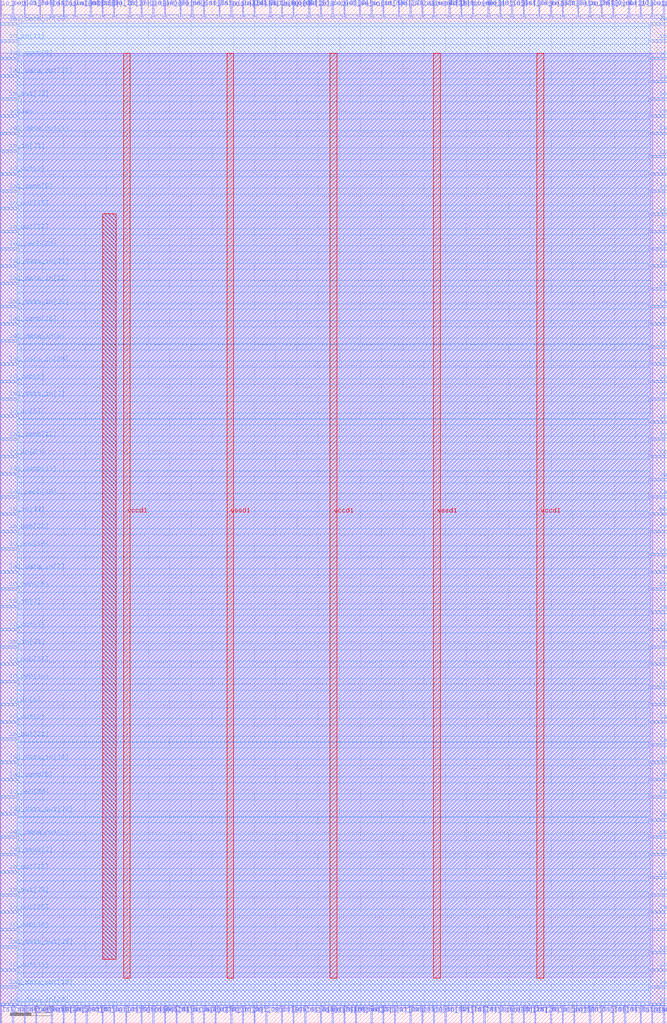
<source format=lef>
VERSION 5.7 ;
  NOWIREEXTENSIONATPIN ON ;
  DIVIDERCHAR "/" ;
  BUSBITCHARS "[]" ;
MACRO wrapped_ws2812
  CLASS BLOCK ;
  FOREIGN wrapped_ws2812 ;
  ORIGIN 0.000 0.000 ;
  SIZE 157.375 BY 241.265 ;
  PIN active
    DIRECTION INPUT ;
    USE SIGNAL ;
    PORT
      LAYER met3 ;
        RECT 0.000 213.560 4.000 214.160 ;
    END
  END active
  PIN io_in[0]
    DIRECTION INPUT ;
    USE SIGNAL ;
    PORT
      LAYER met2 ;
        RECT 50.690 0.000 50.970 4.000 ;
    END
  END io_in[0]
  PIN io_in[10]
    DIRECTION INPUT ;
    USE SIGNAL ;
    PORT
      LAYER met2 ;
        RECT 84.730 237.265 85.010 241.265 ;
    END
  END io_in[10]
  PIN io_in[11]
    DIRECTION INPUT ;
    USE SIGNAL ;
    PORT
      LAYER met3 ;
        RECT 0.000 231.240 4.000 231.840 ;
    END
  END io_in[11]
  PIN io_in[12]
    DIRECTION INPUT ;
    USE SIGNAL ;
    PORT
      LAYER met3 ;
        RECT 153.375 204.040 157.375 204.640 ;
    END
  END io_in[12]
  PIN io_in[13]
    DIRECTION INPUT ;
    USE SIGNAL ;
    PORT
      LAYER met2 ;
        RECT 78.290 0.000 78.570 4.000 ;
    END
  END io_in[13]
  PIN io_in[14]
    DIRECTION INPUT ;
    USE SIGNAL ;
    PORT
      LAYER met2 ;
        RECT 54.370 237.265 54.650 241.265 ;
    END
  END io_in[14]
  PIN io_in[15]
    DIRECTION INPUT ;
    USE SIGNAL ;
    PORT
      LAYER met3 ;
        RECT 153.375 213.560 157.375 214.160 ;
    END
  END io_in[15]
  PIN io_in[16]
    DIRECTION INPUT ;
    USE SIGNAL ;
    PORT
      LAYER met3 ;
        RECT 153.375 29.960 157.375 30.560 ;
    END
  END io_in[16]
  PIN io_in[17]
    DIRECTION INPUT ;
    USE SIGNAL ;
    PORT
      LAYER met2 ;
        RECT 26.770 237.265 27.050 241.265 ;
    END
  END io_in[17]
  PIN io_in[18]
    DIRECTION INPUT ;
    USE SIGNAL ;
    PORT
      LAYER met2 ;
        RECT 33.210 237.265 33.490 241.265 ;
    END
  END io_in[18]
  PIN io_in[19]
    DIRECTION INPUT ;
    USE SIGNAL ;
    PORT
      LAYER met2 ;
        RECT 141.770 0.000 142.050 4.000 ;
    END
  END io_in[19]
  PIN io_in[1]
    DIRECTION INPUT ;
    USE SIGNAL ;
    PORT
      LAYER met3 ;
        RECT 0.000 74.840 4.000 75.440 ;
    END
  END io_in[1]
  PIN io_in[20]
    DIRECTION INPUT ;
    USE SIGNAL ;
    PORT
      LAYER met3 ;
        RECT 0.000 133.320 4.000 133.920 ;
    END
  END io_in[20]
  PIN io_in[21]
    DIRECTION INPUT ;
    USE SIGNAL ;
    PORT
      LAYER met3 ;
        RECT 0.000 88.440 4.000 89.040 ;
    END
  END io_in[21]
  PIN io_in[22]
    DIRECTION INPUT ;
    USE SIGNAL ;
    PORT
      LAYER met3 ;
        RECT 153.375 84.360 157.375 84.960 ;
    END
  END io_in[22]
  PIN io_in[23]
    DIRECTION INPUT ;
    USE SIGNAL ;
    PORT
      LAYER met2 ;
        RECT 24.010 237.265 24.290 241.265 ;
    END
  END io_in[23]
  PIN io_in[24]
    DIRECTION INPUT ;
    USE SIGNAL ;
    PORT
      LAYER met2 ;
        RECT 14.810 237.265 15.090 241.265 ;
    END
  END io_in[24]
  PIN io_in[25]
    DIRECTION INPUT ;
    USE SIGNAL ;
    PORT
      LAYER met2 ;
        RECT 123.370 0.000 123.650 4.000 ;
    END
  END io_in[25]
  PIN io_in[26]
    DIRECTION INPUT ;
    USE SIGNAL ;
    PORT
      LAYER met2 ;
        RECT 120.610 0.000 120.890 4.000 ;
    END
  END io_in[26]
  PIN io_in[27]
    DIRECTION INPUT ;
    USE SIGNAL ;
    PORT
      LAYER met3 ;
        RECT 153.375 61.240 157.375 61.840 ;
    END
  END io_in[27]
  PIN io_in[28]
    DIRECTION INPUT ;
    USE SIGNAL ;
    PORT
      LAYER met2 ;
        RECT 108.650 0.000 108.930 4.000 ;
    END
  END io_in[28]
  PIN io_in[29]
    DIRECTION INPUT ;
    USE SIGNAL ;
    PORT
      LAYER met2 ;
        RECT 156.490 237.265 156.770 241.265 ;
    END
  END io_in[29]
  PIN io_in[2]
    DIRECTION INPUT ;
    USE SIGNAL ;
    PORT
      LAYER met2 ;
        RECT 54.370 0.000 54.650 4.000 ;
    END
  END io_in[2]
  PIN io_in[30]
    DIRECTION INPUT ;
    USE SIGNAL ;
    PORT
      LAYER met3 ;
        RECT 153.375 102.040 157.375 102.640 ;
    END
  END io_in[30]
  PIN io_in[31]
    DIRECTION INPUT ;
    USE SIGNAL ;
    PORT
      LAYER met3 ;
        RECT 0.000 205.400 4.000 206.000 ;
    END
  END io_in[31]
  PIN io_in[32]
    DIRECTION INPUT ;
    USE SIGNAL ;
    PORT
      LAYER met2 ;
        RECT 102.210 0.000 102.490 4.000 ;
    END
  END io_in[32]
  PIN io_in[33]
    DIRECTION INPUT ;
    USE SIGNAL ;
    PORT
      LAYER met3 ;
        RECT 0.000 119.720 4.000 120.320 ;
    END
  END io_in[33]
  PIN io_in[34]
    DIRECTION INPUT ;
    USE SIGNAL ;
    PORT
      LAYER met2 ;
        RECT 117.850 237.265 118.130 241.265 ;
    END
  END io_in[34]
  PIN io_in[35]
    DIRECTION INPUT ;
    USE SIGNAL ;
    PORT
      LAYER met2 ;
        RECT 136.250 237.265 136.530 241.265 ;
    END
  END io_in[35]
  PIN io_in[36]
    DIRECTION INPUT ;
    USE SIGNAL ;
    PORT
      LAYER met3 ;
        RECT 153.375 155.080 157.375 155.680 ;
    END
  END io_in[36]
  PIN io_in[37]
    DIRECTION INPUT ;
    USE SIGNAL ;
    PORT
      LAYER met2 ;
        RECT 139.010 237.265 139.290 241.265 ;
    END
  END io_in[37]
  PIN io_in[3]
    DIRECTION INPUT ;
    USE SIGNAL ;
    PORT
      LAYER met2 ;
        RECT 87.490 237.265 87.770 241.265 ;
    END
  END io_in[3]
  PIN io_in[4]
    DIRECTION INPUT ;
    USE SIGNAL ;
    PORT
      LAYER met3 ;
        RECT 153.375 151.000 157.375 151.600 ;
    END
  END io_in[4]
  PIN io_in[5]
    DIRECTION INPUT ;
    USE SIGNAL ;
    PORT
      LAYER met3 ;
        RECT 153.375 231.240 157.375 231.840 ;
    END
  END io_in[5]
  PIN io_in[6]
    DIRECTION INPUT ;
    USE SIGNAL ;
    PORT
      LAYER met3 ;
        RECT 0.000 142.840 4.000 143.440 ;
    END
  END io_in[6]
  PIN io_in[7]
    DIRECTION INPUT ;
    USE SIGNAL ;
    PORT
      LAYER met3 ;
        RECT 0.000 97.960 4.000 98.560 ;
    END
  END io_in[7]
  PIN io_in[8]
    DIRECTION INPUT ;
    USE SIGNAL ;
    PORT
      LAYER met3 ;
        RECT 153.375 164.600 157.375 165.200 ;
    END
  END io_in[8]
  PIN io_in[9]
    DIRECTION INPUT ;
    USE SIGNAL ;
    PORT
      LAYER met2 ;
        RECT 21.250 237.265 21.530 241.265 ;
    END
  END io_in[9]
  PIN io_oeb[0]
    DIRECTION OUTPUT TRISTATE ;
    USE SIGNAL ;
    PORT
      LAYER met2 ;
        RECT 87.490 0.000 87.770 4.000 ;
    END
  END io_oeb[0]
  PIN io_oeb[10]
    DIRECTION OUTPUT TRISTATE ;
    USE SIGNAL ;
    PORT
      LAYER met3 ;
        RECT 0.000 80.280 4.000 80.880 ;
    END
  END io_oeb[10]
  PIN io_oeb[11]
    DIRECTION OUTPUT TRISTATE ;
    USE SIGNAL ;
    PORT
      LAYER met3 ;
        RECT 153.375 141.480 157.375 142.080 ;
    END
  END io_oeb[11]
  PIN io_oeb[12]
    DIRECTION OUTPUT TRISTATE ;
    USE SIGNAL ;
    PORT
      LAYER met3 ;
        RECT 153.375 78.920 157.375 79.520 ;
    END
  END io_oeb[12]
  PIN io_oeb[13]
    DIRECTION OUTPUT TRISTATE ;
    USE SIGNAL ;
    PORT
      LAYER met3 ;
        RECT 153.375 74.840 157.375 75.440 ;
    END
  END io_oeb[13]
  PIN io_oeb[14]
    DIRECTION OUTPUT TRISTATE ;
    USE SIGNAL ;
    PORT
      LAYER met3 ;
        RECT 0.000 21.800 4.000 22.400 ;
    END
  END io_oeb[14]
  PIN io_oeb[15]
    DIRECTION OUTPUT TRISTATE ;
    USE SIGNAL ;
    PORT
      LAYER met2 ;
        RECT 38.730 237.265 39.010 241.265 ;
    END
  END io_oeb[15]
  PIN io_oeb[16]
    DIRECTION OUTPUT TRISTATE ;
    USE SIGNAL ;
    PORT
      LAYER met3 ;
        RECT 153.375 21.800 157.375 22.400 ;
    END
  END io_oeb[16]
  PIN io_oeb[17]
    DIRECTION OUTPUT TRISTATE ;
    USE SIGNAL ;
    PORT
      LAYER met2 ;
        RECT 45.170 0.000 45.450 4.000 ;
    END
  END io_oeb[17]
  PIN io_oeb[18]
    DIRECTION OUTPUT TRISTATE ;
    USE SIGNAL ;
    PORT
      LAYER met2 ;
        RECT 111.410 237.265 111.690 241.265 ;
    END
  END io_oeb[18]
  PIN io_oeb[19]
    DIRECTION OUTPUT TRISTATE ;
    USE SIGNAL ;
    PORT
      LAYER met2 ;
        RECT 42.410 237.265 42.690 241.265 ;
    END
  END io_oeb[19]
  PIN io_oeb[1]
    DIRECTION OUTPUT TRISTATE ;
    USE SIGNAL ;
    PORT
      LAYER met2 ;
        RECT 129.810 0.000 130.090 4.000 ;
    END
  END io_oeb[1]
  PIN io_oeb[20]
    DIRECTION OUTPUT TRISTATE ;
    USE SIGNAL ;
    PORT
      LAYER met3 ;
        RECT 153.375 110.200 157.375 110.800 ;
    END
  END io_oeb[20]
  PIN io_oeb[21]
    DIRECTION OUTPUT TRISTATE ;
    USE SIGNAL ;
    PORT
      LAYER met2 ;
        RECT 0.090 237.265 0.370 241.265 ;
    END
  END io_oeb[21]
  PIN io_oeb[22]
    DIRECTION OUTPUT TRISTATE ;
    USE SIGNAL ;
    PORT
      LAYER met2 ;
        RECT 17.570 0.000 17.850 4.000 ;
    END
  END io_oeb[22]
  PIN io_oeb[23]
    DIRECTION OUTPUT TRISTATE ;
    USE SIGNAL ;
    PORT
      LAYER met2 ;
        RECT 75.530 237.265 75.810 241.265 ;
    END
  END io_oeb[23]
  PIN io_oeb[24]
    DIRECTION OUTPUT TRISTATE ;
    USE SIGNAL ;
    PORT
      LAYER met2 ;
        RECT 78.290 237.265 78.570 241.265 ;
    END
  END io_oeb[24]
  PIN io_oeb[25]
    DIRECTION OUTPUT TRISTATE ;
    USE SIGNAL ;
    PORT
      LAYER met2 ;
        RECT 156.490 0.000 156.770 4.000 ;
    END
  END io_oeb[25]
  PIN io_oeb[26]
    DIRECTION OUTPUT TRISTATE ;
    USE SIGNAL ;
    PORT
      LAYER met3 ;
        RECT 153.375 190.440 157.375 191.040 ;
    END
  END io_oeb[26]
  PIN io_oeb[27]
    DIRECTION OUTPUT TRISTATE ;
    USE SIGNAL ;
    PORT
      LAYER met2 ;
        RECT 90.250 237.265 90.530 241.265 ;
    END
  END io_oeb[27]
  PIN io_oeb[28]
    DIRECTION OUTPUT TRISTATE ;
    USE SIGNAL ;
    PORT
      LAYER met2 ;
        RECT 139.010 0.000 139.290 4.000 ;
    END
  END io_oeb[28]
  PIN io_oeb[29]
    DIRECTION OUTPUT TRISTATE ;
    USE SIGNAL ;
    PORT
      LAYER met3 ;
        RECT 153.375 159.160 157.375 159.760 ;
    END
  END io_oeb[29]
  PIN io_oeb[2]
    DIRECTION OUTPUT TRISTATE ;
    USE SIGNAL ;
    PORT
      LAYER met2 ;
        RECT 129.810 237.265 130.090 241.265 ;
    END
  END io_oeb[2]
  PIN io_oeb[30]
    DIRECTION OUTPUT TRISTATE ;
    USE SIGNAL ;
    PORT
      LAYER met2 ;
        RECT 2.850 237.265 3.130 241.265 ;
    END
  END io_oeb[30]
  PIN io_oeb[31]
    DIRECTION OUTPUT TRISTATE ;
    USE SIGNAL ;
    PORT
      LAYER met2 ;
        RECT 135.330 0.000 135.610 4.000 ;
    END
  END io_oeb[31]
  PIN io_oeb[32]
    DIRECTION OUTPUT TRISTATE ;
    USE SIGNAL ;
    PORT
      LAYER met3 ;
        RECT 0.000 115.640 4.000 116.240 ;
    END
  END io_oeb[32]
  PIN io_oeb[33]
    DIRECTION OUTPUT TRISTATE ;
    USE SIGNAL ;
    PORT
      LAYER met3 ;
        RECT 153.375 4.120 157.375 4.720 ;
    END
  END io_oeb[33]
  PIN io_oeb[34]
    DIRECTION OUTPUT TRISTATE ;
    USE SIGNAL ;
    PORT
      LAYER met2 ;
        RECT 30.450 237.265 30.730 241.265 ;
    END
  END io_oeb[34]
  PIN io_oeb[35]
    DIRECTION OUTPUT TRISTATE ;
    USE SIGNAL ;
    PORT
      LAYER met3 ;
        RECT 0.000 102.040 4.000 102.640 ;
    END
  END io_oeb[35]
  PIN io_oeb[36]
    DIRECTION OUTPUT TRISTATE ;
    USE SIGNAL ;
    PORT
      LAYER met3 ;
        RECT 0.000 53.080 4.000 53.680 ;
    END
  END io_oeb[36]
  PIN io_oeb[37]
    DIRECTION OUTPUT TRISTATE ;
    USE SIGNAL ;
    PORT
      LAYER met3 ;
        RECT 0.000 84.360 4.000 84.960 ;
    END
  END io_oeb[37]
  PIN io_oeb[3]
    DIRECTION OUTPUT TRISTATE ;
    USE SIGNAL ;
    PORT
      LAYER met2 ;
        RECT 83.810 0.000 84.090 4.000 ;
    END
  END io_oeb[3]
  PIN io_oeb[4]
    DIRECTION OUTPUT TRISTATE ;
    USE SIGNAL ;
    PORT
      LAYER met3 ;
        RECT 153.375 12.280 157.375 12.880 ;
    END
  END io_oeb[4]
  PIN io_oeb[5]
    DIRECTION OUTPUT TRISTATE ;
    USE SIGNAL ;
    PORT
      LAYER met3 ;
        RECT 0.000 151.000 4.000 151.600 ;
    END
  END io_oeb[5]
  PIN io_oeb[6]
    DIRECTION OUTPUT TRISTATE ;
    USE SIGNAL ;
    PORT
      LAYER met3 ;
        RECT 153.375 92.520 157.375 93.120 ;
    END
  END io_oeb[6]
  PIN io_oeb[7]
    DIRECTION OUTPUT TRISTATE ;
    USE SIGNAL ;
    PORT
      LAYER met2 ;
        RECT 35.970 237.265 36.250 241.265 ;
    END
  END io_oeb[7]
  PIN io_oeb[8]
    DIRECTION OUTPUT TRISTATE ;
    USE SIGNAL ;
    PORT
      LAYER met2 ;
        RECT 14.810 0.000 15.090 4.000 ;
    END
  END io_oeb[8]
  PIN io_oeb[9]
    DIRECTION OUTPUT TRISTATE ;
    USE SIGNAL ;
    PORT
      LAYER met2 ;
        RECT 35.970 0.000 36.250 4.000 ;
    END
  END io_oeb[9]
  PIN io_out[0]
    DIRECTION OUTPUT TRISTATE ;
    USE SIGNAL ;
    PORT
      LAYER met3 ;
        RECT 153.375 227.160 157.375 227.760 ;
    END
  END io_out[0]
  PIN io_out[10]
    DIRECTION OUTPUT TRISTATE ;
    USE SIGNAL ;
    PORT
      LAYER met3 ;
        RECT 153.375 137.400 157.375 138.000 ;
    END
  END io_out[10]
  PIN io_out[11]
    DIRECTION OUTPUT TRISTATE ;
    USE SIGNAL ;
    PORT
      LAYER met3 ;
        RECT 0.000 12.280 4.000 12.880 ;
    END
  END io_out[11]
  PIN io_out[12]
    DIRECTION OUTPUT TRISTATE ;
    USE SIGNAL ;
    PORT
      LAYER met3 ;
        RECT 0.000 35.400 4.000 36.000 ;
    END
  END io_out[12]
  PIN io_out[13]
    DIRECTION OUTPUT TRISTATE ;
    USE SIGNAL ;
    PORT
      LAYER met2 ;
        RECT 132.570 0.000 132.850 4.000 ;
    END
  END io_out[13]
  PIN io_out[14]
    DIRECTION OUTPUT TRISTATE ;
    USE SIGNAL ;
    PORT
      LAYER met3 ;
        RECT 153.375 195.880 157.375 196.480 ;
    END
  END io_out[14]
  PIN io_out[15]
    DIRECTION OUTPUT TRISTATE ;
    USE SIGNAL ;
    PORT
      LAYER met3 ;
        RECT 0.000 191.800 4.000 192.400 ;
    END
  END io_out[15]
  PIN io_out[16]
    DIRECTION OUTPUT TRISTATE ;
    USE SIGNAL ;
    PORT
      LAYER met3 ;
        RECT 153.375 133.320 157.375 133.920 ;
    END
  END io_out[16]
  PIN io_out[17]
    DIRECTION OUTPUT TRISTATE ;
    USE SIGNAL ;
    PORT
      LAYER met2 ;
        RECT 144.530 237.265 144.810 241.265 ;
    END
  END io_out[17]
  PIN io_out[18]
    DIRECTION OUTPUT TRISTATE ;
    USE SIGNAL ;
    PORT
      LAYER met2 ;
        RECT 153.730 0.000 154.010 4.000 ;
    END
  END io_out[18]
  PIN io_out[19]
    DIRECTION OUTPUT TRISTATE ;
    USE SIGNAL ;
    PORT
      LAYER met3 ;
        RECT 0.000 111.560 4.000 112.160 ;
    END
  END io_out[19]
  PIN io_out[1]
    DIRECTION OUTPUT TRISTATE ;
    USE SIGNAL ;
    PORT
      LAYER met2 ;
        RECT 102.210 237.265 102.490 241.265 ;
    END
  END io_out[1]
  PIN io_out[20]
    DIRECTION OUTPUT TRISTATE ;
    USE SIGNAL ;
    PORT
      LAYER met2 ;
        RECT 127.050 237.265 127.330 241.265 ;
    END
  END io_out[20]
  PIN io_out[21]
    DIRECTION OUTPUT TRISTATE ;
    USE SIGNAL ;
    PORT
      LAYER met3 ;
        RECT 0.000 186.360 4.000 186.960 ;
    END
  END io_out[21]
  PIN io_out[22]
    DIRECTION OUTPUT TRISTATE ;
    USE SIGNAL ;
    PORT
      LAYER met2 ;
        RECT 104.970 0.000 105.250 4.000 ;
    END
  END io_out[22]
  PIN io_out[23]
    DIRECTION OUTPUT TRISTATE ;
    USE SIGNAL ;
    PORT
      LAYER met3 ;
        RECT 153.375 115.640 157.375 116.240 ;
    END
  END io_out[23]
  PIN io_out[24]
    DIRECTION OUTPUT TRISTATE ;
    USE SIGNAL ;
    PORT
      LAYER met2 ;
        RECT 90.250 0.000 90.530 4.000 ;
    END
  END io_out[24]
  PIN io_out[25]
    DIRECTION OUTPUT TRISTATE ;
    USE SIGNAL ;
    PORT
      LAYER met2 ;
        RECT 115.090 237.265 115.370 241.265 ;
    END
  END io_out[25]
  PIN io_out[26]
    DIRECTION OUTPUT TRISTATE ;
    USE SIGNAL ;
    PORT
      LAYER met3 ;
        RECT 0.000 25.880 4.000 26.480 ;
    END
  END io_out[26]
  PIN io_out[27]
    DIRECTION OUTPUT TRISTATE ;
    USE SIGNAL ;
    PORT
      LAYER met2 ;
        RECT 120.610 237.265 120.890 241.265 ;
    END
  END io_out[27]
  PIN io_out[28]
    DIRECTION OUTPUT TRISTATE ;
    USE SIGNAL ;
    PORT
      LAYER met2 ;
        RECT 57.130 0.000 57.410 4.000 ;
    END
  END io_out[28]
  PIN io_out[29]
    DIRECTION OUTPUT TRISTATE ;
    USE SIGNAL ;
    PORT
      LAYER met3 ;
        RECT 153.375 16.360 157.375 16.960 ;
    END
  END io_out[29]
  PIN io_out[2]
    DIRECTION OUTPUT TRISTATE ;
    USE SIGNAL ;
    PORT
      LAYER met2 ;
        RECT 24.010 0.000 24.290 4.000 ;
    END
  END io_out[2]
  PIN io_out[30]
    DIRECTION OUTPUT TRISTATE ;
    USE SIGNAL ;
    PORT
      LAYER met3 ;
        RECT 0.000 29.960 4.000 30.560 ;
    END
  END io_out[30]
  PIN io_out[31]
    DIRECTION OUTPUT TRISTATE ;
    USE SIGNAL ;
    PORT
      LAYER met3 ;
        RECT 0.000 66.680 4.000 67.280 ;
    END
  END io_out[31]
  PIN io_out[32]
    DIRECTION OUTPUT TRISTATE ;
    USE SIGNAL ;
    PORT
      LAYER met3 ;
        RECT 0.000 217.640 4.000 218.240 ;
    END
  END io_out[32]
  PIN io_out[33]
    DIRECTION OUTPUT TRISTATE ;
    USE SIGNAL ;
    PORT
      LAYER met3 ;
        RECT 153.375 43.560 157.375 44.160 ;
    END
  END io_out[33]
  PIN io_out[34]
    DIRECTION OUTPUT TRISTATE ;
    USE SIGNAL ;
    PORT
      LAYER met3 ;
        RECT 153.375 199.960 157.375 200.560 ;
    END
  END io_out[34]
  PIN io_out[35]
    DIRECTION OUTPUT TRISTATE ;
    USE SIGNAL ;
    PORT
      LAYER met3 ;
        RECT 153.375 186.360 157.375 186.960 ;
    END
  END io_out[35]
  PIN io_out[36]
    DIRECTION OUTPUT TRISTATE ;
    USE SIGNAL ;
    PORT
      LAYER met2 ;
        RECT 45.170 237.265 45.450 241.265 ;
    END
  END io_out[36]
  PIN io_out[37]
    DIRECTION OUTPUT TRISTATE ;
    USE SIGNAL ;
    PORT
      LAYER met3 ;
        RECT 153.375 217.640 157.375 218.240 ;
    END
  END io_out[37]
  PIN io_out[3]
    DIRECTION OUTPUT TRISTATE ;
    USE SIGNAL ;
    PORT
      LAYER met3 ;
        RECT 0.000 199.960 4.000 200.560 ;
    END
  END io_out[3]
  PIN io_out[4]
    DIRECTION OUTPUT TRISTATE ;
    USE SIGNAL ;
    PORT
      LAYER met3 ;
        RECT 153.375 146.920 157.375 147.520 ;
    END
  END io_out[4]
  PIN io_out[5]
    DIRECTION OUTPUT TRISTATE ;
    USE SIGNAL ;
    PORT
      LAYER met2 ;
        RECT 69.090 237.265 69.370 241.265 ;
    END
  END io_out[5]
  PIN io_out[6]
    DIRECTION OUTPUT TRISTATE ;
    USE SIGNAL ;
    PORT
      LAYER met2 ;
        RECT 150.970 237.265 151.250 241.265 ;
    END
  END io_out[6]
  PIN io_out[7]
    DIRECTION OUTPUT TRISTATE ;
    USE SIGNAL ;
    PORT
      LAYER met3 ;
        RECT 0.000 92.520 4.000 93.120 ;
    END
  END io_out[7]
  PIN io_out[8]
    DIRECTION OUTPUT TRISTATE ;
    USE SIGNAL ;
    PORT
      LAYER met2 ;
        RECT 62.650 0.000 62.930 4.000 ;
    END
  END io_out[8]
  PIN io_out[9]
    DIRECTION OUTPUT TRISTATE ;
    USE SIGNAL ;
    PORT
      LAYER met3 ;
        RECT 0.000 70.760 4.000 71.360 ;
    END
  END io_out[9]
  PIN la1_data_in[0]
    DIRECTION INPUT ;
    USE SIGNAL ;
    PORT
      LAYER met3 ;
        RECT 153.375 47.640 157.375 48.240 ;
    END
  END la1_data_in[0]
  PIN la1_data_in[10]
    DIRECTION INPUT ;
    USE SIGNAL ;
    PORT
      LAYER met2 ;
        RECT 71.850 0.000 72.130 4.000 ;
    END
  END la1_data_in[10]
  PIN la1_data_in[11]
    DIRECTION INPUT ;
    USE SIGNAL ;
    PORT
      LAYER met3 ;
        RECT 153.375 39.480 157.375 40.080 ;
    END
  END la1_data_in[11]
  PIN la1_data_in[12]
    DIRECTION INPUT ;
    USE SIGNAL ;
    PORT
      LAYER met3 ;
        RECT 0.000 174.120 4.000 174.720 ;
    END
  END la1_data_in[12]
  PIN la1_data_in[13]
    DIRECTION INPUT ;
    USE SIGNAL ;
    PORT
      LAYER met2 ;
        RECT 111.410 0.000 111.690 4.000 ;
    END
  END la1_data_in[13]
  PIN la1_data_in[14]
    DIRECTION INPUT ;
    USE SIGNAL ;
    PORT
      LAYER met3 ;
        RECT 0.000 61.240 4.000 61.840 ;
    END
  END la1_data_in[14]
  PIN la1_data_in[15]
    DIRECTION INPUT ;
    USE SIGNAL ;
    PORT
      LAYER met2 ;
        RECT 47.930 237.265 48.210 241.265 ;
    END
  END la1_data_in[15]
  PIN la1_data_in[16]
    DIRECTION INPUT ;
    USE SIGNAL ;
    PORT
      LAYER met2 ;
        RECT 96.690 237.265 96.970 241.265 ;
    END
  END la1_data_in[16]
  PIN la1_data_in[17]
    DIRECTION INPUT ;
    USE SIGNAL ;
    PORT
      LAYER met2 ;
        RECT 72.770 237.265 73.050 241.265 ;
    END
  END la1_data_in[17]
  PIN la1_data_in[18]
    DIRECTION INPUT ;
    USE SIGNAL ;
    PORT
      LAYER met2 ;
        RECT 144.530 0.000 144.810 4.000 ;
    END
  END la1_data_in[18]
  PIN la1_data_in[19]
    DIRECTION INPUT ;
    USE SIGNAL ;
    PORT
      LAYER met2 ;
        RECT 51.610 237.265 51.890 241.265 ;
    END
  END la1_data_in[19]
  PIN la1_data_in[1]
    DIRECTION INPUT ;
    USE SIGNAL ;
    PORT
      LAYER met2 ;
        RECT 66.330 0.000 66.610 4.000 ;
    END
  END la1_data_in[1]
  PIN la1_data_in[20]
    DIRECTION INPUT ;
    USE SIGNAL ;
    PORT
      LAYER met3 ;
        RECT 0.000 168.680 4.000 169.280 ;
    END
  END la1_data_in[20]
  PIN la1_data_in[21]
    DIRECTION INPUT ;
    USE SIGNAL ;
    PORT
      LAYER met2 ;
        RECT 153.730 237.265 154.010 241.265 ;
    END
  END la1_data_in[21]
  PIN la1_data_in[22]
    DIRECTION INPUT ;
    USE SIGNAL ;
    PORT
      LAYER met3 ;
        RECT 153.375 53.080 157.375 53.680 ;
    END
  END la1_data_in[22]
  PIN la1_data_in[23]
    DIRECTION INPUT ;
    USE SIGNAL ;
    PORT
      LAYER met3 ;
        RECT 0.000 4.120 4.000 4.720 ;
    END
  END la1_data_in[23]
  PIN la1_data_in[24]
    DIRECTION INPUT ;
    USE SIGNAL ;
    PORT
      LAYER met2 ;
        RECT 47.930 0.000 48.210 4.000 ;
    END
  END la1_data_in[24]
  PIN la1_data_in[25]
    DIRECTION INPUT ;
    USE SIGNAL ;
    PORT
      LAYER met3 ;
        RECT 0.000 178.200 4.000 178.800 ;
    END
  END la1_data_in[25]
  PIN la1_data_in[26]
    DIRECTION INPUT ;
    USE SIGNAL ;
    PORT
      LAYER met3 ;
        RECT 153.375 25.880 157.375 26.480 ;
    END
  END la1_data_in[26]
  PIN la1_data_in[27]
    DIRECTION INPUT ;
    USE SIGNAL ;
    PORT
      LAYER met2 ;
        RECT 96.690 0.000 96.970 4.000 ;
    END
  END la1_data_in[27]
  PIN la1_data_in[28]
    DIRECTION INPUT ;
    USE SIGNAL ;
    PORT
      LAYER met3 ;
        RECT 0.000 155.080 4.000 155.680 ;
    END
  END la1_data_in[28]
  PIN la1_data_in[29]
    DIRECTION INPUT ;
    USE SIGNAL ;
    PORT
      LAYER met3 ;
        RECT 0.000 235.320 4.000 235.920 ;
    END
  END la1_data_in[29]
  PIN la1_data_in[2]
    DIRECTION INPUT ;
    USE SIGNAL ;
    PORT
      LAYER met2 ;
        RECT 38.730 0.000 39.010 4.000 ;
    END
  END la1_data_in[2]
  PIN la1_data_in[30]
    DIRECTION INPUT ;
    USE SIGNAL ;
    PORT
      LAYER met2 ;
        RECT 5.610 0.000 5.890 4.000 ;
    END
  END la1_data_in[30]
  PIN la1_data_in[31]
    DIRECTION INPUT ;
    USE SIGNAL ;
    PORT
      LAYER met2 ;
        RECT 126.130 0.000 126.410 4.000 ;
    END
  END la1_data_in[31]
  PIN la1_data_in[3]
    DIRECTION INPUT ;
    USE SIGNAL ;
    PORT
      LAYER met3 ;
        RECT 0.000 146.920 4.000 147.520 ;
    END
  END la1_data_in[3]
  PIN la1_data_in[4]
    DIRECTION INPUT ;
    USE SIGNAL ;
    PORT
      LAYER met2 ;
        RECT 132.570 237.265 132.850 241.265 ;
    END
  END la1_data_in[4]
  PIN la1_data_in[5]
    DIRECTION INPUT ;
    USE SIGNAL ;
    PORT
      LAYER met3 ;
        RECT 153.375 123.800 157.375 124.400 ;
    END
  END la1_data_in[5]
  PIN la1_data_in[6]
    DIRECTION INPUT ;
    USE SIGNAL ;
    PORT
      LAYER met2 ;
        RECT 57.130 237.265 57.410 241.265 ;
    END
  END la1_data_in[6]
  PIN la1_data_in[7]
    DIRECTION INPUT ;
    USE SIGNAL ;
    PORT
      LAYER met3 ;
        RECT 0.000 106.120 4.000 106.720 ;
    END
  END la1_data_in[7]
  PIN la1_data_in[8]
    DIRECTION INPUT ;
    USE SIGNAL ;
    PORT
      LAYER met2 ;
        RECT 59.890 237.265 60.170 241.265 ;
    END
  END la1_data_in[8]
  PIN la1_data_in[9]
    DIRECTION INPUT ;
    USE SIGNAL ;
    PORT
      LAYER met3 ;
        RECT 0.000 160.520 4.000 161.120 ;
    END
  END la1_data_in[9]
  PIN la1_data_out[0]
    DIRECTION OUTPUT TRISTATE ;
    USE SIGNAL ;
    PORT
      LAYER met2 ;
        RECT 26.770 0.000 27.050 4.000 ;
    END
  END la1_data_out[0]
  PIN la1_data_out[10]
    DIRECTION OUTPUT TRISTATE ;
    USE SIGNAL ;
    PORT
      LAYER met3 ;
        RECT 153.375 65.320 157.375 65.920 ;
    END
  END la1_data_out[10]
  PIN la1_data_out[11]
    DIRECTION OUTPUT TRISTATE ;
    USE SIGNAL ;
    PORT
      LAYER met2 ;
        RECT 75.530 0.000 75.810 4.000 ;
    END
  END la1_data_out[11]
  PIN la1_data_out[12]
    DIRECTION OUTPUT TRISTATE ;
    USE SIGNAL ;
    PORT
      LAYER met3 ;
        RECT 153.375 221.720 157.375 222.320 ;
    END
  END la1_data_out[12]
  PIN la1_data_out[13]
    DIRECTION OUTPUT TRISTATE ;
    USE SIGNAL ;
    PORT
      LAYER met2 ;
        RECT 9.290 237.265 9.570 241.265 ;
    END
  END la1_data_out[13]
  PIN la1_data_out[14]
    DIRECTION OUTPUT TRISTATE ;
    USE SIGNAL ;
    PORT
      LAYER met2 ;
        RECT 81.050 237.265 81.330 241.265 ;
    END
  END la1_data_out[14]
  PIN la1_data_out[15]
    DIRECTION OUTPUT TRISTATE ;
    USE SIGNAL ;
    PORT
      LAYER met3 ;
        RECT 0.000 8.200 4.000 8.800 ;
    END
  END la1_data_out[15]
  PIN la1_data_out[16]
    DIRECTION OUTPUT TRISTATE ;
    USE SIGNAL ;
    PORT
      LAYER met3 ;
        RECT 153.375 88.440 157.375 89.040 ;
    END
  END la1_data_out[16]
  PIN la1_data_out[17]
    DIRECTION OUTPUT TRISTATE ;
    USE SIGNAL ;
    PORT
      LAYER met3 ;
        RECT 153.375 178.200 157.375 178.800 ;
    END
  END la1_data_out[17]
  PIN la1_data_out[18]
    DIRECTION OUTPUT TRISTATE ;
    USE SIGNAL ;
    PORT
      LAYER met2 ;
        RECT 12.050 237.265 12.330 241.265 ;
    END
  END la1_data_out[18]
  PIN la1_data_out[19]
    DIRECTION OUTPUT TRISTATE ;
    USE SIGNAL ;
    PORT
      LAYER met3 ;
        RECT 153.375 127.880 157.375 128.480 ;
    END
  END la1_data_out[19]
  PIN la1_data_out[1]
    DIRECTION OUTPUT TRISTATE ;
    USE SIGNAL ;
    PORT
      LAYER met3 ;
        RECT 0.000 209.480 4.000 210.080 ;
    END
  END la1_data_out[1]
  PIN la1_data_out[20]
    DIRECTION OUTPUT TRISTATE ;
    USE SIGNAL ;
    PORT
      LAYER met3 ;
        RECT 0.000 49.000 4.000 49.600 ;
    END
  END la1_data_out[20]
  PIN la1_data_out[21]
    DIRECTION OUTPUT TRISTATE ;
    USE SIGNAL ;
    PORT
      LAYER met3 ;
        RECT 153.375 209.480 157.375 210.080 ;
    END
  END la1_data_out[21]
  PIN la1_data_out[22]
    DIRECTION OUTPUT TRISTATE ;
    USE SIGNAL ;
    PORT
      LAYER met2 ;
        RECT 93.930 237.265 94.210 241.265 ;
    END
  END la1_data_out[22]
  PIN la1_data_out[23]
    DIRECTION OUTPUT TRISTATE ;
    USE SIGNAL ;
    PORT
      LAYER met2 ;
        RECT 41.490 0.000 41.770 4.000 ;
    END
  END la1_data_out[23]
  PIN la1_data_out[24]
    DIRECTION OUTPUT TRISTATE ;
    USE SIGNAL ;
    PORT
      LAYER met3 ;
        RECT 153.375 96.600 157.375 97.200 ;
    END
  END la1_data_out[24]
  PIN la1_data_out[25]
    DIRECTION OUTPUT TRISTATE ;
    USE SIGNAL ;
    PORT
      LAYER met3 ;
        RECT 0.000 17.720 4.000 18.320 ;
    END
  END la1_data_out[25]
  PIN la1_data_out[26]
    DIRECTION OUTPUT TRISTATE ;
    USE SIGNAL ;
    PORT
      LAYER met3 ;
        RECT 153.375 34.040 157.375 34.640 ;
    END
  END la1_data_out[26]
  PIN la1_data_out[27]
    DIRECTION OUTPUT TRISTATE ;
    USE SIGNAL ;
    PORT
      LAYER met3 ;
        RECT 0.000 223.080 4.000 223.680 ;
    END
  END la1_data_out[27]
  PIN la1_data_out[28]
    DIRECTION OUTPUT TRISTATE ;
    USE SIGNAL ;
    PORT
      LAYER met2 ;
        RECT 147.290 0.000 147.570 4.000 ;
    END
  END la1_data_out[28]
  PIN la1_data_out[29]
    DIRECTION OUTPUT TRISTATE ;
    USE SIGNAL ;
    PORT
      LAYER met2 ;
        RECT 20.330 0.000 20.610 4.000 ;
    END
  END la1_data_out[29]
  PIN la1_data_out[2]
    DIRECTION OUTPUT TRISTATE ;
    USE SIGNAL ;
    PORT
      LAYER met2 ;
        RECT 69.090 0.000 69.370 4.000 ;
    END
  END la1_data_out[2]
  PIN la1_data_out[30]
    DIRECTION OUTPUT TRISTATE ;
    USE SIGNAL ;
    PORT
      LAYER met3 ;
        RECT 153.375 70.760 157.375 71.360 ;
    END
  END la1_data_out[30]
  PIN la1_data_out[31]
    DIRECTION OUTPUT TRISTATE ;
    USE SIGNAL ;
    PORT
      LAYER met3 ;
        RECT 153.375 235.320 157.375 235.920 ;
    END
  END la1_data_out[31]
  PIN la1_data_out[3]
    DIRECTION OUTPUT TRISTATE ;
    USE SIGNAL ;
    PORT
      LAYER met3 ;
        RECT 0.000 43.560 4.000 44.160 ;
    END
  END la1_data_out[3]
  PIN la1_data_out[4]
    DIRECTION OUTPUT TRISTATE ;
    USE SIGNAL ;
    PORT
      LAYER met2 ;
        RECT 150.970 0.000 151.250 4.000 ;
    END
  END la1_data_out[4]
  PIN la1_data_out[5]
    DIRECTION OUTPUT TRISTATE ;
    USE SIGNAL ;
    PORT
      LAYER met2 ;
        RECT 12.050 0.000 12.330 4.000 ;
    END
  END la1_data_out[5]
  PIN la1_data_out[6]
    DIRECTION OUTPUT TRISTATE ;
    USE SIGNAL ;
    PORT
      LAYER met3 ;
        RECT 153.375 106.120 157.375 106.720 ;
    END
  END la1_data_out[6]
  PIN la1_data_out[7]
    DIRECTION OUTPUT TRISTATE ;
    USE SIGNAL ;
    PORT
      LAYER met2 ;
        RECT 2.850 0.000 3.130 4.000 ;
    END
  END la1_data_out[7]
  PIN la1_data_out[8]
    DIRECTION OUTPUT TRISTATE ;
    USE SIGNAL ;
    PORT
      LAYER met3 ;
        RECT 153.375 182.280 157.375 182.880 ;
    END
  END la1_data_out[8]
  PIN la1_data_out[9]
    DIRECTION OUTPUT TRISTATE ;
    USE SIGNAL ;
    PORT
      LAYER met2 ;
        RECT 148.210 237.265 148.490 241.265 ;
    END
  END la1_data_out[9]
  PIN la1_oenb[0]
    DIRECTION INPUT ;
    USE SIGNAL ;
    PORT
      LAYER met3 ;
        RECT 153.375 8.200 157.375 8.800 ;
    END
  END la1_oenb[0]
  PIN la1_oenb[10]
    DIRECTION INPUT ;
    USE SIGNAL ;
    PORT
      LAYER met2 ;
        RECT 141.770 237.265 142.050 241.265 ;
    END
  END la1_oenb[10]
  PIN la1_oenb[11]
    DIRECTION INPUT ;
    USE SIGNAL ;
    PORT
      LAYER met3 ;
        RECT 0.000 129.240 4.000 129.840 ;
    END
  END la1_oenb[11]
  PIN la1_oenb[12]
    DIRECTION INPUT ;
    USE SIGNAL ;
    PORT
      LAYER met3 ;
        RECT 0.000 137.400 4.000 138.000 ;
    END
  END la1_oenb[12]
  PIN la1_oenb[13]
    DIRECTION INPUT ;
    USE SIGNAL ;
    PORT
      LAYER met2 ;
        RECT 99.450 0.000 99.730 4.000 ;
    END
  END la1_oenb[13]
  PIN la1_oenb[14]
    DIRECTION INPUT ;
    USE SIGNAL ;
    PORT
      LAYER met2 ;
        RECT 0.090 0.000 0.370 4.000 ;
    END
  END la1_oenb[14]
  PIN la1_oenb[15]
    DIRECTION INPUT ;
    USE SIGNAL ;
    PORT
      LAYER met2 ;
        RECT 117.850 0.000 118.130 4.000 ;
    END
  END la1_oenb[15]
  PIN la1_oenb[16]
    DIRECTION INPUT ;
    USE SIGNAL ;
    PORT
      LAYER met3 ;
        RECT 0.000 164.600 4.000 165.200 ;
    END
  END la1_oenb[16]
  PIN la1_oenb[17]
    DIRECTION INPUT ;
    USE SIGNAL ;
    PORT
      LAYER met2 ;
        RECT 5.610 237.265 5.890 241.265 ;
    END
  END la1_oenb[17]
  PIN la1_oenb[18]
    DIRECTION INPUT ;
    USE SIGNAL ;
    PORT
      LAYER met2 ;
        RECT 66.330 237.265 66.610 241.265 ;
    END
  END la1_oenb[18]
  PIN la1_oenb[19]
    DIRECTION INPUT ;
    USE SIGNAL ;
    PORT
      LAYER met3 ;
        RECT 0.000 123.800 4.000 124.400 ;
    END
  END la1_oenb[19]
  PIN la1_oenb[1]
    DIRECTION INPUT ;
    USE SIGNAL ;
    PORT
      LAYER met2 ;
        RECT 29.530 0.000 29.810 4.000 ;
    END
  END la1_oenb[1]
  PIN la1_oenb[20]
    DIRECTION INPUT ;
    USE SIGNAL ;
    PORT
      LAYER met2 ;
        RECT 8.370 0.000 8.650 4.000 ;
    END
  END la1_oenb[20]
  PIN la1_oenb[21]
    DIRECTION INPUT ;
    USE SIGNAL ;
    PORT
      LAYER met2 ;
        RECT 99.450 237.265 99.730 241.265 ;
    END
  END la1_oenb[21]
  PIN la1_oenb[22]
    DIRECTION INPUT ;
    USE SIGNAL ;
    PORT
      LAYER met2 ;
        RECT 63.570 237.265 63.850 241.265 ;
    END
  END la1_oenb[22]
  PIN la1_oenb[23]
    DIRECTION INPUT ;
    USE SIGNAL ;
    PORT
      LAYER met2 ;
        RECT 81.050 0.000 81.330 4.000 ;
    END
  END la1_oenb[23]
  PIN la1_oenb[24]
    DIRECTION INPUT ;
    USE SIGNAL ;
    PORT
      LAYER met2 ;
        RECT 123.370 237.265 123.650 241.265 ;
    END
  END la1_oenb[24]
  PIN la1_oenb[25]
    DIRECTION INPUT ;
    USE SIGNAL ;
    PORT
      LAYER met3 ;
        RECT 153.375 57.160 157.375 57.760 ;
    END
  END la1_oenb[25]
  PIN la1_oenb[26]
    DIRECTION INPUT ;
    USE SIGNAL ;
    PORT
      LAYER met3 ;
        RECT 0.000 182.280 4.000 182.880 ;
    END
  END la1_oenb[26]
  PIN la1_oenb[27]
    DIRECTION INPUT ;
    USE SIGNAL ;
    PORT
      LAYER met3 ;
        RECT 153.375 172.760 157.375 173.360 ;
    END
  END la1_oenb[27]
  PIN la1_oenb[28]
    DIRECTION INPUT ;
    USE SIGNAL ;
    PORT
      LAYER met2 ;
        RECT 33.210 0.000 33.490 4.000 ;
    END
  END la1_oenb[28]
  PIN la1_oenb[29]
    DIRECTION INPUT ;
    USE SIGNAL ;
    PORT
      LAYER met2 ;
        RECT 59.890 0.000 60.170 4.000 ;
    END
  END la1_oenb[29]
  PIN la1_oenb[2]
    DIRECTION INPUT ;
    USE SIGNAL ;
    PORT
      LAYER met3 ;
        RECT 0.000 39.480 4.000 40.080 ;
    END
  END la1_oenb[2]
  PIN la1_oenb[30]
    DIRECTION INPUT ;
    USE SIGNAL ;
    PORT
      LAYER met3 ;
        RECT 153.375 168.680 157.375 169.280 ;
    END
  END la1_oenb[30]
  PIN la1_oenb[31]
    DIRECTION INPUT ;
    USE SIGNAL ;
    PORT
      LAYER met2 ;
        RECT 93.010 0.000 93.290 4.000 ;
    END
  END la1_oenb[31]
  PIN la1_oenb[3]
    DIRECTION INPUT ;
    USE SIGNAL ;
    PORT
      LAYER met2 ;
        RECT 108.650 237.265 108.930 241.265 ;
    END
  END la1_oenb[3]
  PIN la1_oenb[4]
    DIRECTION INPUT ;
    USE SIGNAL ;
    PORT
      LAYER met2 ;
        RECT 105.890 237.265 106.170 241.265 ;
    END
  END la1_oenb[4]
  PIN la1_oenb[5]
    DIRECTION INPUT ;
    USE SIGNAL ;
    PORT
      LAYER met3 ;
        RECT 0.000 227.160 4.000 227.760 ;
    END
  END la1_oenb[5]
  PIN la1_oenb[6]
    DIRECTION INPUT ;
    USE SIGNAL ;
    PORT
      LAYER met2 ;
        RECT 17.570 237.265 17.850 241.265 ;
    END
  END la1_oenb[6]
  PIN la1_oenb[7]
    DIRECTION INPUT ;
    USE SIGNAL ;
    PORT
      LAYER met2 ;
        RECT 114.170 0.000 114.450 4.000 ;
    END
  END la1_oenb[7]
  PIN la1_oenb[8]
    DIRECTION INPUT ;
    USE SIGNAL ;
    PORT
      LAYER met3 ;
        RECT 0.000 57.160 4.000 57.760 ;
    END
  END la1_oenb[8]
  PIN la1_oenb[9]
    DIRECTION INPUT ;
    USE SIGNAL ;
    PORT
      LAYER met3 ;
        RECT 0.000 195.880 4.000 196.480 ;
    END
  END la1_oenb[9]
  PIN vccd1
    DIRECTION INPUT ;
    USE POWER ;
    PORT
      LAYER met4 ;
        RECT 29.100 10.640 30.700 228.720 ;
    END
    PORT
      LAYER met4 ;
        RECT 77.860 10.640 79.460 228.720 ;
    END
    PORT
      LAYER met4 ;
        RECT 126.620 10.640 128.220 228.720 ;
    END
  END vccd1
  PIN vssd1
    DIRECTION INPUT ;
    USE GROUND ;
    PORT
      LAYER met4 ;
        RECT 53.480 10.640 55.080 228.720 ;
    END
    PORT
      LAYER met4 ;
        RECT 102.240 10.640 103.840 228.720 ;
    END
  END vssd1
  PIN wb_clk_i
    DIRECTION INPUT ;
    USE SIGNAL ;
    PORT
      LAYER met3 ;
        RECT 153.375 119.720 157.375 120.320 ;
    END
  END wb_clk_i
  OBS
      LAYER li1 ;
        RECT 5.520 10.795 153.955 228.565 ;
      LAYER met1 ;
        RECT 0.070 4.120 156.790 228.720 ;
      LAYER met2 ;
        RECT 0.650 236.985 2.570 237.730 ;
        RECT 3.410 236.985 5.330 237.730 ;
        RECT 6.170 236.985 9.010 237.730 ;
        RECT 9.850 236.985 11.770 237.730 ;
        RECT 12.610 236.985 14.530 237.730 ;
        RECT 15.370 236.985 17.290 237.730 ;
        RECT 18.130 236.985 20.970 237.730 ;
        RECT 21.810 236.985 23.730 237.730 ;
        RECT 24.570 236.985 26.490 237.730 ;
        RECT 27.330 236.985 30.170 237.730 ;
        RECT 31.010 236.985 32.930 237.730 ;
        RECT 33.770 236.985 35.690 237.730 ;
        RECT 36.530 236.985 38.450 237.730 ;
        RECT 39.290 236.985 42.130 237.730 ;
        RECT 42.970 236.985 44.890 237.730 ;
        RECT 45.730 236.985 47.650 237.730 ;
        RECT 48.490 236.985 51.330 237.730 ;
        RECT 52.170 236.985 54.090 237.730 ;
        RECT 54.930 236.985 56.850 237.730 ;
        RECT 57.690 236.985 59.610 237.730 ;
        RECT 60.450 236.985 63.290 237.730 ;
        RECT 64.130 236.985 66.050 237.730 ;
        RECT 66.890 236.985 68.810 237.730 ;
        RECT 69.650 236.985 72.490 237.730 ;
        RECT 73.330 236.985 75.250 237.730 ;
        RECT 76.090 236.985 78.010 237.730 ;
        RECT 78.850 236.985 80.770 237.730 ;
        RECT 81.610 236.985 84.450 237.730 ;
        RECT 85.290 236.985 87.210 237.730 ;
        RECT 88.050 236.985 89.970 237.730 ;
        RECT 90.810 236.985 93.650 237.730 ;
        RECT 94.490 236.985 96.410 237.730 ;
        RECT 97.250 236.985 99.170 237.730 ;
        RECT 100.010 236.985 101.930 237.730 ;
        RECT 102.770 236.985 105.610 237.730 ;
        RECT 106.450 236.985 108.370 237.730 ;
        RECT 109.210 236.985 111.130 237.730 ;
        RECT 111.970 236.985 114.810 237.730 ;
        RECT 115.650 236.985 117.570 237.730 ;
        RECT 118.410 236.985 120.330 237.730 ;
        RECT 121.170 236.985 123.090 237.730 ;
        RECT 123.930 236.985 126.770 237.730 ;
        RECT 127.610 236.985 129.530 237.730 ;
        RECT 130.370 236.985 132.290 237.730 ;
        RECT 133.130 236.985 135.970 237.730 ;
        RECT 136.810 236.985 138.730 237.730 ;
        RECT 139.570 236.985 141.490 237.730 ;
        RECT 142.330 236.985 144.250 237.730 ;
        RECT 145.090 236.985 147.930 237.730 ;
        RECT 148.770 236.985 150.690 237.730 ;
        RECT 151.530 236.985 153.450 237.730 ;
        RECT 154.290 236.985 156.210 237.730 ;
        RECT 0.100 4.280 156.760 236.985 ;
        RECT 0.650 3.670 2.570 4.280 ;
        RECT 3.410 3.670 5.330 4.280 ;
        RECT 6.170 3.670 8.090 4.280 ;
        RECT 8.930 3.670 11.770 4.280 ;
        RECT 12.610 3.670 14.530 4.280 ;
        RECT 15.370 3.670 17.290 4.280 ;
        RECT 18.130 3.670 20.050 4.280 ;
        RECT 20.890 3.670 23.730 4.280 ;
        RECT 24.570 3.670 26.490 4.280 ;
        RECT 27.330 3.670 29.250 4.280 ;
        RECT 30.090 3.670 32.930 4.280 ;
        RECT 33.770 3.670 35.690 4.280 ;
        RECT 36.530 3.670 38.450 4.280 ;
        RECT 39.290 3.670 41.210 4.280 ;
        RECT 42.050 3.670 44.890 4.280 ;
        RECT 45.730 3.670 47.650 4.280 ;
        RECT 48.490 3.670 50.410 4.280 ;
        RECT 51.250 3.670 54.090 4.280 ;
        RECT 54.930 3.670 56.850 4.280 ;
        RECT 57.690 3.670 59.610 4.280 ;
        RECT 60.450 3.670 62.370 4.280 ;
        RECT 63.210 3.670 66.050 4.280 ;
        RECT 66.890 3.670 68.810 4.280 ;
        RECT 69.650 3.670 71.570 4.280 ;
        RECT 72.410 3.670 75.250 4.280 ;
        RECT 76.090 3.670 78.010 4.280 ;
        RECT 78.850 3.670 80.770 4.280 ;
        RECT 81.610 3.670 83.530 4.280 ;
        RECT 84.370 3.670 87.210 4.280 ;
        RECT 88.050 3.670 89.970 4.280 ;
        RECT 90.810 3.670 92.730 4.280 ;
        RECT 93.570 3.670 96.410 4.280 ;
        RECT 97.250 3.670 99.170 4.280 ;
        RECT 100.010 3.670 101.930 4.280 ;
        RECT 102.770 3.670 104.690 4.280 ;
        RECT 105.530 3.670 108.370 4.280 ;
        RECT 109.210 3.670 111.130 4.280 ;
        RECT 111.970 3.670 113.890 4.280 ;
        RECT 114.730 3.670 117.570 4.280 ;
        RECT 118.410 3.670 120.330 4.280 ;
        RECT 121.170 3.670 123.090 4.280 ;
        RECT 123.930 3.670 125.850 4.280 ;
        RECT 126.690 3.670 129.530 4.280 ;
        RECT 130.370 3.670 132.290 4.280 ;
        RECT 133.130 3.670 135.050 4.280 ;
        RECT 135.890 3.670 138.730 4.280 ;
        RECT 139.570 3.670 141.490 4.280 ;
        RECT 142.330 3.670 144.250 4.280 ;
        RECT 145.090 3.670 147.010 4.280 ;
        RECT 147.850 3.670 150.690 4.280 ;
        RECT 151.530 3.670 153.450 4.280 ;
        RECT 154.290 3.670 156.210 4.280 ;
      LAYER met3 ;
        RECT 4.400 234.920 152.975 235.785 ;
        RECT 4.000 232.240 153.375 234.920 ;
        RECT 4.400 230.840 152.975 232.240 ;
        RECT 4.000 228.160 153.375 230.840 ;
        RECT 4.400 226.760 152.975 228.160 ;
        RECT 4.000 224.080 153.375 226.760 ;
        RECT 4.400 222.720 153.375 224.080 ;
        RECT 4.400 222.680 152.975 222.720 ;
        RECT 4.000 221.320 152.975 222.680 ;
        RECT 4.000 218.640 153.375 221.320 ;
        RECT 4.400 217.240 152.975 218.640 ;
        RECT 4.000 214.560 153.375 217.240 ;
        RECT 4.400 213.160 152.975 214.560 ;
        RECT 4.000 210.480 153.375 213.160 ;
        RECT 4.400 209.080 152.975 210.480 ;
        RECT 4.000 206.400 153.375 209.080 ;
        RECT 4.400 205.040 153.375 206.400 ;
        RECT 4.400 205.000 152.975 205.040 ;
        RECT 4.000 203.640 152.975 205.000 ;
        RECT 4.000 200.960 153.375 203.640 ;
        RECT 4.400 199.560 152.975 200.960 ;
        RECT 4.000 196.880 153.375 199.560 ;
        RECT 4.400 195.480 152.975 196.880 ;
        RECT 4.000 192.800 153.375 195.480 ;
        RECT 4.400 191.440 153.375 192.800 ;
        RECT 4.400 191.400 152.975 191.440 ;
        RECT 4.000 190.040 152.975 191.400 ;
        RECT 4.000 187.360 153.375 190.040 ;
        RECT 4.400 185.960 152.975 187.360 ;
        RECT 4.000 183.280 153.375 185.960 ;
        RECT 4.400 181.880 152.975 183.280 ;
        RECT 4.000 179.200 153.375 181.880 ;
        RECT 4.400 177.800 152.975 179.200 ;
        RECT 4.000 175.120 153.375 177.800 ;
        RECT 4.400 173.760 153.375 175.120 ;
        RECT 4.400 173.720 152.975 173.760 ;
        RECT 4.000 172.360 152.975 173.720 ;
        RECT 4.000 169.680 153.375 172.360 ;
        RECT 4.400 168.280 152.975 169.680 ;
        RECT 4.000 165.600 153.375 168.280 ;
        RECT 4.400 164.200 152.975 165.600 ;
        RECT 4.000 161.520 153.375 164.200 ;
        RECT 4.400 160.160 153.375 161.520 ;
        RECT 4.400 160.120 152.975 160.160 ;
        RECT 4.000 158.760 152.975 160.120 ;
        RECT 4.000 156.080 153.375 158.760 ;
        RECT 4.400 154.680 152.975 156.080 ;
        RECT 4.000 152.000 153.375 154.680 ;
        RECT 4.400 150.600 152.975 152.000 ;
        RECT 4.000 147.920 153.375 150.600 ;
        RECT 4.400 146.520 152.975 147.920 ;
        RECT 4.000 143.840 153.375 146.520 ;
        RECT 4.400 142.480 153.375 143.840 ;
        RECT 4.400 142.440 152.975 142.480 ;
        RECT 4.000 141.080 152.975 142.440 ;
        RECT 4.000 138.400 153.375 141.080 ;
        RECT 4.400 137.000 152.975 138.400 ;
        RECT 4.000 134.320 153.375 137.000 ;
        RECT 4.400 132.920 152.975 134.320 ;
        RECT 4.000 130.240 153.375 132.920 ;
        RECT 4.400 128.880 153.375 130.240 ;
        RECT 4.400 128.840 152.975 128.880 ;
        RECT 4.000 127.480 152.975 128.840 ;
        RECT 4.000 124.800 153.375 127.480 ;
        RECT 4.400 123.400 152.975 124.800 ;
        RECT 4.000 120.720 153.375 123.400 ;
        RECT 4.400 119.320 152.975 120.720 ;
        RECT 4.000 116.640 153.375 119.320 ;
        RECT 4.400 115.240 152.975 116.640 ;
        RECT 4.000 112.560 153.375 115.240 ;
        RECT 4.400 111.200 153.375 112.560 ;
        RECT 4.400 111.160 152.975 111.200 ;
        RECT 4.000 109.800 152.975 111.160 ;
        RECT 4.000 107.120 153.375 109.800 ;
        RECT 4.400 105.720 152.975 107.120 ;
        RECT 4.000 103.040 153.375 105.720 ;
        RECT 4.400 101.640 152.975 103.040 ;
        RECT 4.000 98.960 153.375 101.640 ;
        RECT 4.400 97.600 153.375 98.960 ;
        RECT 4.400 97.560 152.975 97.600 ;
        RECT 4.000 96.200 152.975 97.560 ;
        RECT 4.000 93.520 153.375 96.200 ;
        RECT 4.400 92.120 152.975 93.520 ;
        RECT 4.000 89.440 153.375 92.120 ;
        RECT 4.400 88.040 152.975 89.440 ;
        RECT 4.000 85.360 153.375 88.040 ;
        RECT 4.400 83.960 152.975 85.360 ;
        RECT 4.000 81.280 153.375 83.960 ;
        RECT 4.400 79.920 153.375 81.280 ;
        RECT 4.400 79.880 152.975 79.920 ;
        RECT 4.000 78.520 152.975 79.880 ;
        RECT 4.000 75.840 153.375 78.520 ;
        RECT 4.400 74.440 152.975 75.840 ;
        RECT 4.000 71.760 153.375 74.440 ;
        RECT 4.400 70.360 152.975 71.760 ;
        RECT 4.000 67.680 153.375 70.360 ;
        RECT 4.400 66.320 153.375 67.680 ;
        RECT 4.400 66.280 152.975 66.320 ;
        RECT 4.000 64.920 152.975 66.280 ;
        RECT 4.000 62.240 153.375 64.920 ;
        RECT 4.400 60.840 152.975 62.240 ;
        RECT 4.000 58.160 153.375 60.840 ;
        RECT 4.400 56.760 152.975 58.160 ;
        RECT 4.000 54.080 153.375 56.760 ;
        RECT 4.400 52.680 152.975 54.080 ;
        RECT 4.000 50.000 153.375 52.680 ;
        RECT 4.400 48.640 153.375 50.000 ;
        RECT 4.400 48.600 152.975 48.640 ;
        RECT 4.000 47.240 152.975 48.600 ;
        RECT 4.000 44.560 153.375 47.240 ;
        RECT 4.400 43.160 152.975 44.560 ;
        RECT 4.000 40.480 153.375 43.160 ;
        RECT 4.400 39.080 152.975 40.480 ;
        RECT 4.000 36.400 153.375 39.080 ;
        RECT 4.400 35.040 153.375 36.400 ;
        RECT 4.400 35.000 152.975 35.040 ;
        RECT 4.000 33.640 152.975 35.000 ;
        RECT 4.000 30.960 153.375 33.640 ;
        RECT 4.400 29.560 152.975 30.960 ;
        RECT 4.000 26.880 153.375 29.560 ;
        RECT 4.400 25.480 152.975 26.880 ;
        RECT 4.000 22.800 153.375 25.480 ;
        RECT 4.400 21.400 152.975 22.800 ;
        RECT 4.000 18.720 153.375 21.400 ;
        RECT 4.400 17.360 153.375 18.720 ;
        RECT 4.400 17.320 152.975 17.360 ;
        RECT 4.000 15.960 152.975 17.320 ;
        RECT 4.000 13.280 153.375 15.960 ;
        RECT 4.400 11.880 152.975 13.280 ;
        RECT 4.000 9.200 153.375 11.880 ;
        RECT 4.400 7.800 152.975 9.200 ;
        RECT 4.000 5.120 153.375 7.800 ;
        RECT 4.400 4.255 152.975 5.120 ;
      LAYER met4 ;
        RECT 24.215 15.135 27.305 190.905 ;
  END
END wrapped_ws2812
END LIBRARY


</source>
